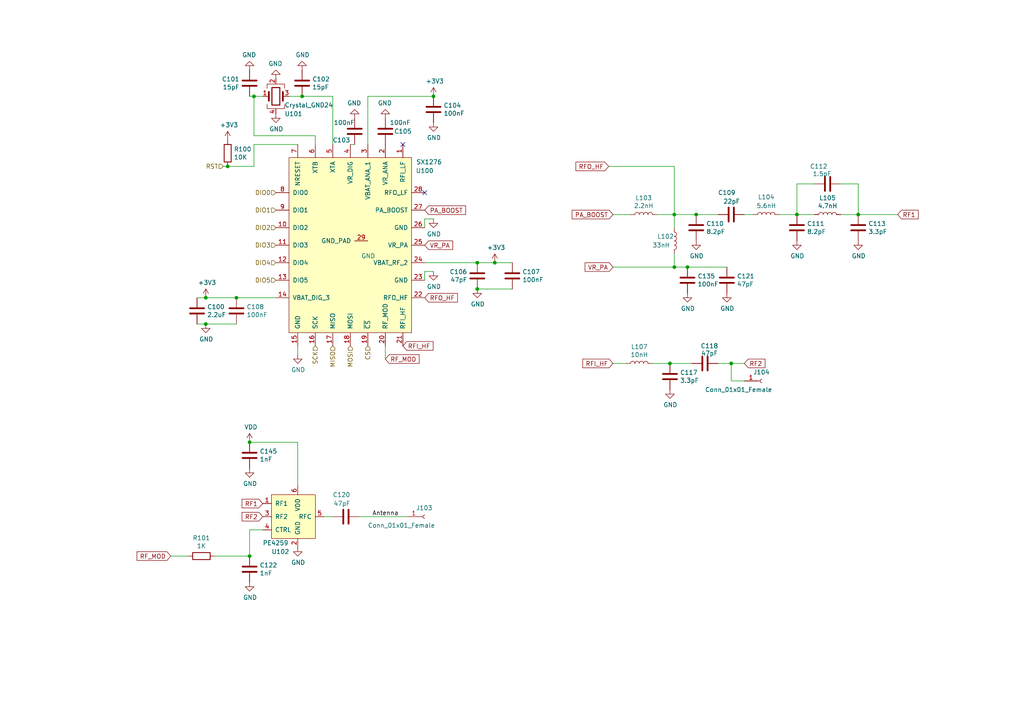
<source format=kicad_sch>
(kicad_sch (version 20211123) (generator eeschema)
  (paper "A4")
  (lib_symbols
    (symbol "AlfredoSuperTester2:PE4259" (pin_names (offset 1.016))
      (property "Reference" "U" (at -7.62 10.16 0))
      (property "Value" "PE4259" (at -5.08 7.62 0))
      (symbol "PE4259_0_1"
        (rectangle (start -6.35 6.35) (end 6.35 -6.35) (fill (type background)))
      )
      (symbol "PE4259_1_1"
        (pin input line (at -8.89 3.81 0) (length 2.54) (name "RF1") (number "1"))
        (pin power_in line (at 1.27 -8.89 90) (length 2.54) (name "GND") (number "2"))
        (pin input line (at -8.89 0 0) (length 2.54) (name "RF2") (number "3"))
        (pin input line (at -8.89 -3.81 0) (length 2.54) (name "CTRL") (number "4"))
        (pin output line (at 8.89 0 180) (length 2.54) (name "RFC") (number "5"))
        (pin power_in line (at 1.27 8.89 270) (length 2.54) (name "VDD") (number "6"))
      )
    )
    (symbol "Connector:Conn_01x01_Female" (pin_names (offset 1.016) hide)
      (property "Reference" "J" (at 0 2.54 0))
      (property "Value" "Conn_01x01_Female" (at 0 -2.54 0))
      (symbol "Conn_01x01_Female_1_1"
        (polyline (pts (xy -1.27 0) (xy -0.508 0)) (stroke (width 0.1524)))
        (arc (start 0 0.508) (mid -0.508 0) (end 0 -0.508) (stroke (width 0.1524)))
        (pin passive line (at -5.08 0 0) (length 3.81) (name "Pin_1") (number "1"))
      )
    )
    (symbol "Device:C" (pin_numbers hide) (pin_names (offset 0.254))
      (property "Reference" "C" (at 0.635 2.54 0))
      (property "Value" "C" (at 0.635 -2.54 0))
      (symbol "C_0_1"
        (polyline (pts (xy -2.032 -0.762) (xy 2.032 -0.762)) (stroke (width 0.508)))
        (polyline (pts (xy -2.032 0.762) (xy 2.032 0.762)) (stroke (width 0.508)))
      )
      (symbol "C_1_1"
        (pin passive line (at 0 3.81 270) (length 2.794) (name "~") (number "1"))
        (pin passive line (at 0 -3.81 90) (length 2.794) (name "~") (number "2"))
      )
    )
    (symbol "Device:Crystal_GND24" (pin_names (offset 1.016) hide)
      (property "Reference" "Y" (at 3.175 5.08 0))
      (property "Value" "Crystal_GND24" (at 3.175 3.175 0))
      (symbol "Crystal_GND24_0_1"
        (rectangle (start -1.143 2.54) (end 1.143 -2.54) (stroke (width 0.3048)))
        (polyline (pts (xy -2.54 0) (xy -2.032 0)))
        (polyline (pts (xy -2.032 -1.27) (xy -2.032 1.27)) (stroke (width 0.508)))
        (polyline (pts (xy 0 -3.81) (xy 0 -3.556)))
        (polyline (pts (xy 0 3.556) (xy 0 3.81)))
        (polyline (pts (xy 2.032 -1.27) (xy 2.032 1.27)) (stroke (width 0.508)))
        (polyline (pts (xy 2.032 0) (xy 2.54 0)))
        (polyline (pts (xy -2.54 -2.286) (xy -2.54 -3.556) (xy 2.54 -3.556) (xy 2.54 -2.286)))
        (polyline (pts (xy -2.54 2.286) (xy -2.54 3.556) (xy 2.54 3.556) (xy 2.54 2.286)))
      )
      (symbol "Crystal_GND24_1_1"
        (pin passive line (at -3.81 0 0) (length 1.27) (name "1") (number "1"))
        (pin passive line (at 0 5.08 270) (length 1.27) (name "2") (number "2"))
        (pin passive line (at 3.81 0 180) (length 1.27) (name "3") (number "3"))
        (pin passive line (at 0 -5.08 90) (length 1.27) (name "4") (number "4"))
      )
    )
    (symbol "Device:L" (pin_numbers hide) (pin_names (offset 1.016) hide)
      (property "Reference" "L" (at -1.27 0 90))
      (property "Value" "L" (at 1.905 0 90))
      (symbol "L_0_1"
        (arc (start 0 -2.54) (mid 0.635 -1.905) (end 0 -1.27))
        (arc (start 0 -1.27) (mid 0.635 -0.635) (end 0 0))
        (arc (start 0 0) (mid 0.635 0.635) (end 0 1.27))
        (arc (start 0 1.27) (mid 0.635 1.905) (end 0 2.54))
      )
      (symbol "L_1_1"
        (pin passive line (at 0 3.81 270) (length 1.27) (name "1") (number "1"))
        (pin passive line (at 0 -3.81 90) (length 1.27) (name "2") (number "2"))
      )
    )
    (symbol "Device:R" (pin_numbers hide) (pin_names (offset 0))
      (property "Reference" "R" (at 2.032 0 90))
      (property "Value" "R" (at 0 0 90))
      (symbol "R_0_1"
        (rectangle (start -1.016 -2.54) (end 1.016 2.54) (stroke (width 0.254)))
      )
      (symbol "R_1_1"
        (pin passive line (at 0 3.81 270) (length 1.27) (name "~") (number "1"))
        (pin passive line (at 0 -3.81 90) (length 1.27) (name "~") (number "2"))
      )
    )
    (symbol "TGD:SX1276" (pin_names (offset 1.016))
      (property "Reference" "U" (at 19.05 21.59 0))
      (property "Value" "SX1276" (at 19.05 24.13 0))
      (symbol "SX1276_0_1"
        (rectangle (start -17.78 25.4) (end 17.78 -25.4) (fill (type background)))
      )
      (symbol "SX1276_1_1"
        (pin output line (at 15.24 29.21 270) (length 3.81) (name "RFI_LF") (number "1"))
        (pin bidirectional line (at -21.59 5.08 0) (length 3.81) (name "DIO2") (number "10"))
        (pin bidirectional line (at -21.59 0 0) (length 3.81) (name "DIO3") (number "11"))
        (pin bidirectional line (at -21.59 -5.08 0) (length 3.81) (name "DIO4") (number "12"))
        (pin bidirectional line (at -21.59 -10.16 0) (length 3.81) (name "DIO5") (number "13"))
        (pin power_in line (at -21.59 -15.24 0) (length 3.81) (name "VBAT_DIG_3") (number "14"))
        (pin power_in line (at -15.24 -29.21 90) (length 3.81) (name "GND") (number "15"))
        (pin input line (at -10.16 -29.21 90) (length 3.81) (name "SCK") (number "16"))
        (pin output line (at -5.08 -29.21 90) (length 3.81) (name "MISO") (number "17"))
        (pin input line (at 0 -29.21 90) (length 3.81) (name "MOSI") (number "18"))
        (pin input line (at 5.08 -29.21 90) (length 3.81) (name "~{CS}") (number "19"))
        (pin power_in line (at 10.16 29.21 270) (length 3.81) (name "VR_ANA") (number "2"))
        (pin output line (at 10.16 -29.21 90) (length 3.81) (name "RF_MOD") (number "20"))
        (pin output line (at 15.24 -29.21 90) (length 3.81) (name "RFI_HF") (number "21"))
        (pin input line (at 21.59 -15.24 180) (length 3.81) (name "RFO_HF") (number "22"))
        (pin power_in line (at 21.59 -10.16 180) (length 3.81) (name "GND") (number "23"))
        (pin power_in line (at 21.59 -5.08 180) (length 3.81) (name "VBAT_RF_2") (number "24"))
        (pin power_in line (at 21.59 0 180) (length 3.81) (name "VR_PA") (number "25"))
        (pin power_in line (at 21.59 5.08 180) (length 3.81) (name "GND") (number "26"))
        (pin power_out line (at 21.59 10.16 180) (length 3.81) (name "PA_BOOST") (number "27"))
        (pin input line (at 21.59 15.24 180) (length 3.81) (name "RFO_LF") (number "28"))
        (pin power_in line (at 5.08 1.27 180) (length 3.81) (name "GND_PAD") (number "29"))
        (pin power_in line (at 5.08 29.21 270) (length 3.81) (name "VBAT_ANA_1") (number "3"))
        (pin power_in line (at 0 29.21 270) (length 3.81) (name "VR_DIG") (number "4"))
        (pin bidirectional line (at -5.08 29.21 270) (length 3.81) (name "XTA") (number "5"))
        (pin bidirectional line (at -10.16 29.21 270) (length 3.81) (name "XTB") (number "6"))
        (pin input line (at -15.24 29.21 270) (length 3.81) (name "NRESET") (number "7"))
        (pin bidirectional line (at -21.59 15.24 0) (length 3.81) (name "DIO0") (number "8"))
        (pin bidirectional line (at -21.59 10.16 0) (length 3.81) (name "DIO1") (number "9"))
      )
    )
    (symbol "power:+3V3" (power) (pin_names (offset 0))
      (property "Value" "+3V3" (at 0 3.556 0))
      (symbol "+3V3_0_1"
        (polyline (pts (xy -0.762 1.27) (xy 0 2.54)))
        (polyline (pts (xy 0 0) (xy 0 2.54)))
        (polyline (pts (xy 0 2.54) (xy 0.762 1.27)))
      )
      (symbol "+3V3_1_1"
        (pin power_in line (at 0 0 90) (length 0) hide (name "+3V3") (number "1"))
      )
    )
    (symbol "power:GND" (power) (pin_names (offset 0))
      (property "Value" "GND" (at 0 -3.81 0))
      (symbol "GND_0_1"
        (polyline (pts (xy 0 0) (xy 0 -1.27) (xy 1.27 -1.27) (xy 0 -2.54) (xy -1.27 -1.27) (xy 0 -1.27)))
      )
      (symbol "GND_1_1"
        (pin power_in line (at 0 0 270) (length 0) hide (name "GND") (number "1"))
      )
    )
    (symbol "power:VDD" (power) (pin_names (offset 0))
      (property "Value" "VDD" (at 0 3.81 0))
      (symbol "VDD_0_1"
        (polyline (pts (xy -0.762 1.27) (xy 0 2.54)))
        (polyline (pts (xy 0 0) (xy 0 2.54)))
        (polyline (pts (xy 0 2.54) (xy 0.762 1.27)))
      )
      (symbol "VDD_1_1"
        (pin power_in line (at 0 0 90) (length 0) hide (name "VDD") (number "1"))
      )
    )
  )
  (junction (at 138.43 83.82))
  (junction (at 231.14 62.23))
  (junction (at 248.92 62.23))
  (junction (at 87.63 27.94))
  (junction (at 212.09 105.41))
  (junction (at 195.58 62.23))
  (junction (at 201.93 62.23))
  (junction (at 66.04 48.26))
  (junction (at 72.39 128.27))
  (junction (at 72.39 161.29))
  (junction (at 138.43 76.2))
  (junction (at 68.58 86.36))
  (junction (at 195.58 77.47))
  (junction (at 73.66 27.94))
  (junction (at 59.69 86.36))
  (junction (at 125.73 27.94))
  (junction (at 194.31 105.41))
  (junction (at 59.69 93.98))
  (junction (at 199.39 77.47))
  (junction (at 143.51 76.2))
  (no_connect (at 116.84 41.91))
  (no_connect (at 123.19 55.88))
  (wire (pts (xy 93.98 149.86) (xy 96.52 149.86)))
  (wire (pts (xy 111.76 104.14) (xy 111.76 100.33)))
  (wire (pts (xy 138.43 76.2) (xy 143.51 76.2)))
  (wire (pts (xy 176.53 48.26) (xy 195.58 48.26)))
  (wire (pts (xy 208.28 105.41) (xy 212.09 105.41)))
  (wire (pts (xy 248.92 62.23) (xy 260.35 62.23)))
  (wire (pts (xy 68.58 86.36) (xy 59.69 86.36)))
  (wire (pts (xy 86.36 128.27) (xy 72.39 128.27)))
  (wire (pts (xy 73.66 39.37) (xy 73.66 27.94)))
  (wire (pts (xy 59.69 93.98) (xy 68.58 93.98)))
  (wire (pts (xy 86.36 140.97) (xy 86.36 128.27)))
  (wire (pts (xy 208.28 62.23) (xy 201.93 62.23)))
  (wire (pts (xy 123.19 63.5) (xy 125.73 63.5)))
  (wire (pts (xy 177.8 62.23) (xy 182.88 62.23)))
  (wire (pts (xy 83.82 27.94) (xy 87.63 27.94)))
  (wire (pts (xy 215.9 110.49) (xy 212.09 110.49)))
  (wire (pts (xy 72.39 27.94) (xy 73.66 27.94)))
  (wire (pts (xy 248.92 62.23) (xy 248.92 53.34)))
  (wire (pts (xy 101.6 41.91) (xy 102.87 41.91)))
  (wire (pts (xy 73.66 27.94) (xy 76.2 27.94)))
  (wire (pts (xy 143.51 76.2) (xy 148.59 76.2)))
  (wire (pts (xy 195.58 66.04) (xy 195.58 62.23)))
  (wire (pts (xy 231.14 62.23) (xy 236.22 62.23)))
  (wire (pts (xy 68.58 86.36) (xy 80.01 86.36)))
  (wire (pts (xy 123.19 76.2) (xy 138.43 76.2)))
  (wire (pts (xy 123.19 66.04) (xy 123.19 63.5)))
  (wire (pts (xy 190.5 62.23) (xy 195.58 62.23)))
  (wire (pts (xy 194.31 105.41) (xy 200.66 105.41)))
  (wire (pts (xy 177.8 77.47) (xy 195.58 77.47)))
  (wire (pts (xy 57.15 93.98) (xy 59.69 93.98)))
  (wire (pts (xy 189.23 105.41) (xy 194.31 105.41)))
  (wire (pts (xy 62.23 161.29) (xy 72.39 161.29)))
  (wire (pts (xy 212.09 105.41) (xy 215.9 105.41)))
  (wire (pts (xy 243.84 62.23) (xy 248.92 62.23)))
  (wire (pts (xy 73.66 41.91) (xy 86.36 41.91)))
  (wire (pts (xy 91.44 41.91) (xy 91.44 39.37)))
  (wire (pts (xy 236.22 53.34) (xy 231.14 53.34)))
  (wire (pts (xy 226.06 62.23) (xy 231.14 62.23)))
  (wire (pts (xy 199.39 77.47) (xy 210.82 77.47)))
  (wire (pts (xy 106.68 27.94) (xy 125.73 27.94)))
  (wire (pts (xy 215.9 62.23) (xy 218.44 62.23)))
  (wire (pts (xy 148.59 83.82) (xy 138.43 83.82)))
  (wire (pts (xy 123.19 78.74) (xy 125.73 78.74)))
  (wire (pts (xy 248.92 53.34) (xy 243.84 53.34)))
  (wire (pts (xy 177.8 105.41) (xy 181.61 105.41)))
  (wire (pts (xy 64.77 48.26) (xy 66.04 48.26)))
  (wire (pts (xy 212.09 110.49) (xy 212.09 105.41)))
  (wire (pts (xy 96.52 41.91) (xy 96.52 27.94)))
  (wire (pts (xy 49.53 161.29) (xy 54.61 161.29)))
  (wire (pts (xy 86.36 102.87) (xy 86.36 100.33)))
  (wire (pts (xy 72.39 153.67) (xy 76.2 153.67)))
  (wire (pts (xy 73.66 39.37) (xy 91.44 39.37)))
  (wire (pts (xy 195.58 77.47) (xy 199.39 77.47)))
  (wire (pts (xy 66.04 48.26) (xy 73.66 48.26)))
  (wire (pts (xy 195.58 48.26) (xy 195.58 62.23)))
  (wire (pts (xy 59.69 86.36) (xy 57.15 86.36)))
  (wire (pts (xy 195.58 73.66) (xy 195.58 77.47)))
  (wire (pts (xy 73.66 48.26) (xy 73.66 41.91)))
  (wire (pts (xy 106.68 27.94) (xy 106.68 41.91)))
  (wire (pts (xy 104.14 149.86) (xy 118.11 149.86)))
  (wire (pts (xy 72.39 161.29) (xy 72.39 153.67)))
  (wire (pts (xy 123.19 81.28) (xy 123.19 78.74)))
  (wire (pts (xy 231.14 53.34) (xy 231.14 62.23)))
  (wire (pts (xy 87.63 27.94) (xy 96.52 27.94)))
  (wire (pts (xy 195.58 62.23) (xy 201.93 62.23)))
  (label "Antenna" (at 107.95 149.86 0))
  (global_label "RF1" (shape input) (at 260.35 62.23 0) (property "Intersheet References" "${INTERSHEET_REFS}" (effects hide)))
  (global_label "RFO_HF" (shape input) (at 176.53 48.26 180) (property "Intersheet References" "${INTERSHEET_REFS}" (effects hide)))
  (global_label "RF2" (shape input) (at 215.9 105.41 0) (property "Intersheet References" "${INTERSHEET_REFS}" (effects hide)))
  (global_label "RF_MOD" (shape input) (at 111.76 104.14 0) (property "Intersheet References" "${INTERSHEET_REFS}" (effects hide)))
  (global_label "PA_BOOST" (shape input) (at 177.8 62.23 180) (property "Intersheet References" "${INTERSHEET_REFS}" (effects hide)))
  (global_label "RFI_HF" (shape input) (at 177.8 105.41 180) (property "Intersheet References" "${INTERSHEET_REFS}" (effects hide)))
  (global_label "RFO_HF" (shape input) (at 123.19 86.36 0) (property "Intersheet References" "${INTERSHEET_REFS}" (effects hide)))
  (global_label "VR_PA" (shape input) (at 123.19 71.12 0) (property "Intersheet References" "${INTERSHEET_REFS}" (effects hide)))
  (global_label "PA_BOOST" (shape input) (at 123.19 60.96 0) (property "Intersheet References" "${INTERSHEET_REFS}" (effects hide)))
  (global_label "VR_PA" (shape input) (at 177.8 77.47 180) (property "Intersheet References" "${INTERSHEET_REFS}" (effects hide)))
  (global_label "RF_MOD" (shape input) (at 49.53 161.29 180) (property "Intersheet References" "${INTERSHEET_REFS}" (effects hide)))
  (global_label "RF2" (shape input) (at 76.2 149.86 180) (property "Intersheet References" "${INTERSHEET_REFS}" (effects hide)))
  (global_label "RF1" (shape input) (at 76.2 146.05 180) (property "Intersheet References" "${INTERSHEET_REFS}" (effects hide)))
  (global_label "RFI_HF" (shape input) (at 116.84 100.33 0) (property "Intersheet References" "${INTERSHEET_REFS}" (effects hide)))
  (hierarchical_label "RST" (shape input) (at 64.77 48.26 180))
  (hierarchical_label "DIO0" (shape input) (at 80.01 55.88 180))
  (hierarchical_label "DIO5" (shape input) (at 80.01 81.28 180))
  (hierarchical_label "DIO4" (shape input) (at 80.01 76.2 180))
  (hierarchical_label "MOSI" (shape input) (at 101.6 100.33 270))
  (hierarchical_label "MISO" (shape input) (at 96.52 100.33 270))
  (hierarchical_label "DIO2" (shape input) (at 80.01 66.04 180))
  (hierarchical_label "DIO1" (shape input) (at 80.01 60.96 180))
  (hierarchical_label "CS" (shape input) (at 106.68 100.33 270))
  (hierarchical_label "DIO3" (shape input) (at 80.01 71.12 180))
  (hierarchical_label "SCK" (shape input) (at 91.44 100.33 270))
  (symbol (lib_id "AlfredoSuperTester2:PE4259") (at 85.09 149.86 0) (unit 1)
    (property "Reference" "U102" (at 78.74 160.02 0) (effects (justify left)))
    (property "Value" "PE4259" (at 76.2 157.48 0) (effects (justify left)))
    (property "Footprint" "Package_TO_SOT_SMD:SOT-363_SC-70-6" (effects hide))
    (property "Datasheet" "https://lcsc.com/product-detail/RF-Switches_PSemi-PE4259-63_C470892.html" (effects hide))
    (property "LCSC" "C470892" (effects hide))
  )
  (symbol (lib_id "Device:C") (at 72.39 132.08 180) (unit 1)
    (property "Reference" "C145" (at 75.311 130.9116 0) (effects (justify right)))
    (property "Value" "1nF" (at 75.311 133.223 0) (effects (justify right)))
    (property "Footprint" "Capacitor_SMD:C_0402_1005Metric" (effects hide))
    (property "Datasheet" "https://lcsc.com/product-detail/Multilayer-Ceramic-Capacitors-MLCC-SMD-SMT_FH-Guangdong-Fenghua-Advanced-Tech-0402B102K500NT_C1523.html" (effects hide))
    (property "LCSC" "C1523" (effects hide))
  )
  (symbol (lib_id "power:GND") (at 86.36 158.75 0) (unit 1)
    (property "Reference" "#PWR0159" (effects hide))
    (property "Value" "GND" (at 86.487 163.1442 0))
  )
  (symbol (lib_id "power:GND") (at 72.39 135.89 0) (unit 1)
    (property "Reference" "#PWR0157" (effects hide))
    (property "Value" "GND" (at 72.517 140.2842 0))
  )
  (symbol (lib_id "Device:L") (at 195.58 69.85 0) (unit 1)
    (property "Reference" "L102" (at 193.04 68.58 0))
    (property "Value" "33nH" (at 191.77 71.12 0))
    (property "Footprint" "Inductor_SMD:L_0402_1005Metric" (effects hide))
    (property "Datasheet" "https://lcsc.com/product-detail/Inductors-SMD_Murata-Electronics-LQW15AN33NH00D_C307609.html" (effects hide))
    (property "LCSC" "C307609	" (effects hide))
  )
  (symbol (lib_id "Device:L") (at 186.69 62.23 90) (unit 1)
    (property "Reference" "L103" (at 186.69 57.404 90))
    (property "Value" "2.2nH" (at 186.69 59.69 90))
    (property "Footprint" "Inductor_SMD:L_0402_1005Metric" (effects hide))
    (property "Datasheet" "https://lcsc.com/product-detail/HF-Inductors_Murata-Electronics-LQP15MN2N2B02D_C77120.html" (effects hide))
    (property "LCSC" "C77120	" (effects hide))
  )
  (symbol (lib_id "Device:R") (at 58.42 161.29 270) (unit 1)
    (property "Reference" "R101" (at 58.42 156.0322 90))
    (property "Value" "1K" (at 58.42 158.3436 90))
    (property "Footprint" "Resistor_SMD:R_0402_1005Metric" (effects hide))
    (property "Datasheet" "https://lcsc.com/product-detail/Chip-Resistor-Surface-Mount_UNI-ROYAL-Uniroyal-Elec-0402WGF1001TCE_C11702.html" (effects hide))
    (property "LCSC" "C11702" (effects hide))
  )
  (symbol (lib_id "Device:C") (at 100.33 149.86 90) (unit 1)
    (property "Reference" "C120" (at 101.6 143.51 90) (effects (justify left)))
    (property "Value" "47pF" (at 101.6 146.05 90) (effects (justify left)))
    (property "Footprint" "Capacitor_SMD:C_0402_1005Metric" (effects hide))
    (property "Datasheet" "https://lcsc.com/product-detail/Multilayer-Ceramic-Capacitors-MLCC-SMD-SMT_FH-Guangdong-Fenghua-Advanced-Tech-0402CG470J500NT_C1567.html" (effects hide))
    (property "LCSC" "C1567" (effects hide))
  )
  (symbol (lib_id "Device:C") (at 72.39 165.1 180) (unit 1)
    (property "Reference" "C122" (at 75.311 163.9316 0) (effects (justify right)))
    (property "Value" "1nF" (at 75.311 166.243 0) (effects (justify right)))
    (property "Footprint" "Capacitor_SMD:C_0402_1005Metric" (effects hide))
    (property "Datasheet" "https://lcsc.com/product-detail/Multilayer-Ceramic-Capacitors-MLCC-SMD-SMT_FH-Guangdong-Fenghua-Advanced-Tech-0402B102K500NT_C1523.html" (effects hide))
    (property "LCSC" "C1523" (effects hide))
  )
  (symbol (lib_id "power:GND") (at 72.39 168.91 0) (unit 1)
    (property "Reference" "#PWR0160" (effects hide))
    (property "Value" "GND" (at 72.517 173.3042 0))
  )
  (symbol (lib_id "power:VDD") (at 72.39 128.27 0) (unit 1)
    (property "Reference" "#PWR0158" (effects hide))
    (property "Value" "VDD" (at 72.771 123.8758 0))
  )
  (symbol (lib_id "Device:C") (at 212.09 62.23 90) (unit 1)
    (property "Reference" "C109" (at 213.36 55.88 90) (effects (justify left)))
    (property "Value" "22pF" (at 214.63 58.42 90) (effects (justify left)))
    (property "Footprint" "Capacitor_SMD:C_0402_1005Metric" (effects hide))
    (property "Datasheet" "https://lcsc.com/product-detail/Multilayer-Ceramic-Capacitors-MLCC-SMD-SMT_FH-Guangdong-Fenghua-Advanced-Tech-0402CG220J500NT_C1555.html" (effects hide))
    (property "LCSC" "C1555" (effects hide))
  )
  (symbol (lib_id "power:GND") (at 231.14 69.85 0) (unit 1)
    (property "Reference" "#PWR0123" (effects hide))
    (property "Value" "GND" (at 231.267 74.2442 0))
  )
  (symbol (lib_id "Device:L") (at 222.25 62.23 90) (unit 1)
    (property "Reference" "L104" (at 222.25 57.15 90))
    (property "Value" "5.6nH" (at 222.25 59.69 90))
    (property "Footprint" "Inductor_SMD:L_0402_1005Metric" (effects hide))
    (property "Datasheet" "https://lcsc.com/product-detail/HF-Inductors_Taiyo-Yuden-HK10055N6S-T_C87183.html" (effects hide))
    (property "LCSC" "C87183" (effects hide))
  )
  (symbol (lib_id "Device:C") (at 248.92 66.04 0) (unit 1)
    (property "Reference" "C113" (at 251.841 64.8716 0) (effects (justify left)))
    (property "Value" "3.3pF" (at 251.841 67.183 0) (effects (justify left)))
    (property "Footprint" "Capacitor_SMD:C_0402_1005Metric" (effects hide))
    (property "Datasheet" "https://lcsc.com/product-detail/Multilayer-Ceramic-Capacitors-MLCC-SMD-SMT_FH-Guangdong-Fenghua-Advanced-Tech-0402CG3R3C500NT_C1565.html" (effects hide))
    (property "LCSC" "C1565" (effects hide))
  )
  (symbol (lib_id "Device:C") (at 231.14 66.04 0) (unit 1)
    (property "Reference" "C111" (at 234.061 64.8716 0) (effects (justify left)))
    (property "Value" "8.2pF" (at 234.061 67.183 0) (effects (justify left)))
    (property "Footprint" "Capacitor_SMD:C_0402_1005Metric" (effects hide))
    (property "Datasheet" "https://lcsc.com/product-detail/Multilayer-Ceramic-Capacitors-MLCC-SMD-SMT_Samsung-Electro-Mechanics-CL05C8R2CB5NNNC_C318599.html" (effects hide))
    (property "LCSC" "C318599" (effects hide))
  )
  (symbol (lib_id "Device:C") (at 240.03 53.34 90) (unit 1)
    (property "Reference" "C112" (at 240.03 48.26 90) (effects (justify left)))
    (property "Value" "1.5pF" (at 241.173 50.419 90) (effects (justify left)))
    (property "Footprint" "Capacitor_SMD:C_0402_1005Metric" (effects hide))
    (property "Datasheet" "https://lcsc.com/product-detail/Multilayer-Ceramic-Capacitors-MLCC-SMD-SMT_FH-Guangdong-Fenghua-Advanced-Tech-0402CG1R5C500NT_C1552.html" (effects hide))
    (property "LCSC" "C1552" (effects hide))
  )
  (symbol (lib_id "Device:L") (at 240.03 62.23 90) (unit 1)
    (property "Reference" "L105" (at 240.03 57.404 90))
    (property "Value" "4.7nH" (at 240.03 59.7154 90))
    (property "Footprint" "Inductor_SMD:L_0402_1005Metric" (effects hide))
    (property "Datasheet" "https://lcsc.com/product-detail/HF-Inductors_Sunlord-SDCL1005C4N7STDF_C13595.html" (effects hide))
    (property "LCSC" "C13595" (effects hide))
  )
  (symbol (lib_id "power:GND") (at 201.93 69.85 0) (unit 1)
    (property "Reference" "#PWR0161" (effects hide))
    (property "Value" "GND" (at 202.057 74.2442 0))
  )
  (symbol (lib_id "Device:C") (at 201.93 66.04 0) (unit 1)
    (property "Reference" "C110" (at 204.851 64.8716 0) (effects (justify left)))
    (property "Value" "8.2pF" (at 204.851 67.183 0) (effects (justify left)))
    (property "Footprint" "Capacitor_SMD:C_0402_1005Metric" (effects hide))
    (property "Datasheet" "https://lcsc.com/product-detail/Multilayer-Ceramic-Capacitors-MLCC-SMD-SMT_Samsung-Electro-Mechanics-CL05C8R2CB5NNNC_C318599.html" (effects hide))
    (property "LCSC" "C318599" (effects hide))
  )
  (symbol (lib_id "power:GND") (at 210.82 85.09 0) (unit 1)
    (property "Reference" "#PWR0162" (effects hide))
    (property "Value" "GND" (at 210.947 89.4842 0))
  )
  (symbol (lib_id "Device:C") (at 210.82 81.28 0) (unit 1)
    (property "Reference" "C121" (at 213.741 80.1116 0) (effects (justify left)))
    (property "Value" "47pF" (at 213.741 82.423 0) (effects (justify left)))
    (property "Footprint" "Capacitor_SMD:C_0402_1005Metric" (effects hide))
    (property "Datasheet" "https://lcsc.com/product-detail/Multilayer-Ceramic-Capacitors-MLCC-SMD-SMT_FH-Guangdong-Fenghua-Advanced-Tech-0402CG470J500NT_C1567.html" (effects hide))
    (property "LCSC" "C1567" (effects hide))
  )
  (symbol (lib_id "power:GND") (at 199.39 85.09 0) (unit 1)
    (property "Reference" "#PWR0156" (effects hide))
    (property "Value" "GND" (at 199.517 89.4842 0))
  )
  (symbol (lib_id "Device:C") (at 199.39 81.28 0) (unit 1)
    (property "Reference" "C135" (at 202.311 80.1116 0) (effects (justify left)))
    (property "Value" "100nF" (at 202.311 82.423 0) (effects (justify left)))
    (property "Footprint" "Capacitor_SMD:C_0402_1005Metric" (effects hide))
    (property "Datasheet" "https://lcsc.com/product-detail/Multilayer-Ceramic-Capacitors-MLCC-SMD-SMT_Samsung-Electro-Mechanics-CL05B104KO5NNNC_C1525.html" (effects hide))
    (property "LCSC" "C1525" (effects hide))
  )
  (symbol (lib_id "Connector:Conn_01x01_Female") (at 123.19 149.86 0) (unit 1)
    (property "Reference" "J103" (at 120.65 147.32 0) (effects (justify left)))
    (property "Value" "Conn_01x01_Female" (at 106.68 152.4 0) (effects (justify left)))
    (property "Footprint" "Connector_PinHeader_2.54mm:PinHeader_1x01_P2.54mm_Vertical" (effects hide))
  )
  (symbol (lib_id "power:GND") (at 194.31 113.03 0) (unit 1)
    (property "Reference" "#PWR0132" (effects hide))
    (property "Value" "GND" (at 194.437 117.4242 0))
  )
  (symbol (lib_id "power:GND") (at 106.68 69.85 0) (unit 1)
    (property "Reference" "#PWR0133" (effects hide))
    (property "Value" "GND" (at 106.807 74.2442 0))
  )
  (symbol (lib_id "power:GND") (at 125.73 78.74 0) (unit 1)
    (property "Reference" "#PWR0134" (effects hide))
    (property "Value" "GND" (at 125.857 83.1342 0))
  )
  (symbol (lib_id "TGD:SX1276") (at 101.6 71.12 0) (unit 1)
    (property "Reference" "U100" (at 123.19 49.53 0))
    (property "Value" "SX1276" (at 124.46 46.99 0))
    (property "Footprint" "Package_DFN_QFN:QFN-28-1EP_6x6mm_P0.65mm_EP4.8x4.8mm" (effects hide))
    (property "Datasheet" "https://lcsc.com/product-detail/RF-Transceiver-ICs_SEMTECH-SX1276IMLTRT_C80171.html/?href=jlc-SMT" (effects hide))
    (property "LCSC" "C80171" (effects hide))
  )
  (symbol (lib_id "Device:C") (at 102.87 38.1 180) (unit 1)
    (property "Reference" "C103" (at 101.6 40.64 0) (effects (justify left)))
    (property "Value" "100nF" (at 102.87 35.56 0) (effects (justify left)))
    (property "Footprint" "Capacitor_SMD:C_0402_1005Metric" (effects hide))
    (property "Datasheet" "https://lcsc.com/product-detail/Multilayer-Ceramic-Capacitors-MLCC-SMD-SMT_Samsung-Electro-Mechanics-CL05B104KO5NNNC_C1525.html" (effects hide))
    (property "LCSC" "C1525" (effects hide))
  )
  (symbol (lib_id "power:GND") (at 102.87 34.29 180) (unit 1)
    (property "Reference" "#PWR0135" (effects hide))
    (property "Value" "GND" (at 102.743 29.8958 0))
  )
  (symbol (lib_id "Device:C") (at 111.76 38.1 180) (unit 1)
    (property "Reference" "C105" (at 114.3 38.1 0) (effects (justify right)))
    (property "Value" "100nF" (at 113.03 35.56 0) (effects (justify right)))
    (property "Footprint" "Capacitor_SMD:C_0402_1005Metric" (effects hide))
    (property "Datasheet" "https://lcsc.com/product-detail/Multilayer-Ceramic-Capacitors-MLCC-SMD-SMT_Samsung-Electro-Mechanics-CL05B104KO5NNNC_C1525.html" (effects hide))
    (property "LCSC" "C1525" (effects hide))
  )
  (symbol (lib_id "power:GND") (at 111.76 34.29 180) (unit 1)
    (property "Reference" "#PWR0136" (effects hide))
    (property "Value" "GND" (at 111.633 29.8958 0))
  )
  (symbol (lib_id "Device:C") (at 68.58 90.17 0) (unit 1)
    (property "Reference" "C108" (at 71.501 89.0016 0) (effects (justify left)))
    (property "Value" "100nF" (at 71.501 91.313 0) (effects (justify left)))
    (property "Footprint" "Capacitor_SMD:C_0603_1608Metric" (effects hide))
    (property "Datasheet" "https://lcsc.com/product-detail/Multilayer-Ceramic-Capacitors-MLCC-SMD-SMT_Samsung-Electro-Mechanics-CL05B104KO5NNNC_C1525.html" (effects hide))
    (property "LCSC" "C1525" (effects hide))
  )
  (symbol (lib_id "power:GND") (at 59.69 93.98 0) (unit 1)
    (property "Reference" "#PWR0137" (effects hide))
    (property "Value" "GND" (at 59.817 98.3742 0))
  )
  (symbol (lib_id "Device:C") (at 138.43 80.01 0) (mirror y) (unit 1)
    (property "Reference" "C106" (at 135.509 78.8416 0) (effects (justify left)))
    (property "Value" "47pF" (at 135.509 81.153 0) (effects (justify left)))
    (property "Footprint" "Capacitor_SMD:C_0402_1005Metric" (effects hide))
    (property "Datasheet" "https://lcsc.com/product-detail/Multilayer-Ceramic-Capacitors-MLCC-SMD-SMT_FH-Guangdong-Fenghua-Advanced-Tech-0402CG470J500NT_C1567.html" (effects hide))
    (property "LCSC" "C1567" (effects hide))
  )
  (symbol (lib_id "power:GND") (at 138.43 83.82 0) (unit 1)
    (property "Reference" "#PWR0138" (effects hide))
    (property "Value" "GND" (at 138.557 88.2142 0))
  )
  (symbol (lib_id "Device:C") (at 148.59 80.01 0) (unit 1)
    (property "Reference" "C107" (at 151.511 78.8416 0) (effects (justify left)))
    (property "Value" "100nF" (at 151.511 81.153 0) (effects (justify left)))
    (property "Footprint" "Capacitor_SMD:C_0402_1005Metric" (effects hide))
    (property "Datasheet" "https://lcsc.com/product-detail/Multilayer-Ceramic-Capacitors-MLCC-SMD-SMT_Samsung-Electro-Mechanics-CL05B104KO5NNNC_C1525.html" (effects hide))
    (property "LCSC" "C1525" (effects hide))
  )
  (symbol (lib_id "Device:C") (at 125.73 31.75 0) (unit 1)
    (property "Reference" "C104" (at 128.651 30.5816 0) (effects (justify left)))
    (property "Value" "100nF" (at 128.651 32.893 0) (effects (justify left)))
    (property "Footprint" "Capacitor_SMD:C_0402_1005Metric" (effects hide))
    (property "Datasheet" "https://lcsc.com/product-detail/Multilayer-Ceramic-Capacitors-MLCC-SMD-SMT_Samsung-Electro-Mechanics-CL05B104KO5NNNC_C1525.html" (effects hide))
    (property "LCSC" "C1525" (effects hide))
  )
  (symbol (lib_id "power:GND") (at 125.73 35.56 0) (unit 1)
    (property "Reference" "#PWR0139" (effects hide))
    (property "Value" "GND" (at 125.857 39.9542 0))
  )
  (symbol (lib_id "power:GND") (at 125.73 63.5 0) (unit 1)
    (property "Reference" "#PWR0140" (effects hide))
    (property "Value" "GND" (at 125.857 67.8942 0))
  )
  (symbol (lib_id "Device:C") (at 72.39 24.13 0) (mirror y) (unit 1)
    (property "Reference" "C101" (at 69.469 22.9616 0) (effects (justify left)))
    (property "Value" "15pF" (at 69.469 25.273 0) (effects (justify left)))
    (property "Footprint" "Capacitor_SMD:C_0402_1005Metric" (effects hide))
    (property "Datasheet" "https://lcsc.com/product-detail/Multilayer-Ceramic-Capacitors-MLCC-SMD-SMT_FH-Guangdong-Fenghua-Advanced-Tech-0402CG150J500NT_C1548.html" (effects hide))
    (property "LCSC" "C1548" (effects hide))
  )
  (symbol (lib_id "power:GND") (at 72.39 20.32 180) (unit 1)
    (property "Reference" "#PWR0141" (effects hide))
    (property "Value" "GND" (at 72.263 15.9258 0))
  )
  (symbol (lib_id "Device:C") (at 87.63 24.13 0) (unit 1)
    (property "Reference" "C102" (at 90.551 22.9616 0) (effects (justify left)))
    (property "Value" "15pF" (at 90.551 25.273 0) (effects (justify left)))
    (property "Footprint" "Capacitor_SMD:C_0402_1005Metric" (effects hide))
    (property "Datasheet" "https://lcsc.com/product-detail/Multilayer-Ceramic-Capacitors-MLCC-SMD-SMT_FH-Guangdong-Fenghua-Advanced-Tech-0402CG150J500NT_C1548.html" (effects hide))
    (property "LCSC" "C1548" (effects hide))
  )
  (symbol (lib_id "power:GND") (at 87.63 20.32 0) (mirror x) (unit 1)
    (property "Reference" "#PWR0142" (effects hide))
    (property "Value" "GND" (at 87.757 15.9258 0))
  )
  (symbol (lib_id "Device:Crystal_GND24") (at 80.01 27.94 0) (unit 1)
    (property "Reference" "U101" (at 82.55 33.02 0) (effects (justify left)))
    (property "Value" "Crystal_GND24" (at 82.55 30.48 0) (effects (justify left)))
    (property "Footprint" "Crystal:Crystal_SMD_3225-4Pin_3.2x2.5mm" (effects hide))
    (property "Datasheet" "https://lcsc.com/product-detail/SMD-Crystal-Resonators_KDS-Daishinku-1C232000AA0B_C253728.html" (effects hide))
    (property "LCSC" "C253728" (effects hide))
  )
  (symbol (lib_id "power:GND") (at 80.01 22.86 180) (unit 1)
    (property "Reference" "#PWR0143" (effects hide))
    (property "Value" "GND" (at 79.883 18.4658 0))
  )
  (symbol (lib_id "power:GND") (at 80.01 33.02 0) (unit 1)
    (property "Reference" "#PWR0144" (effects hide))
    (property "Value" "GND" (at 80.137 37.4142 0))
  )
  (symbol (lib_id "Device:L") (at 185.42 105.41 90) (unit 1)
    (property "Reference" "L107" (at 185.42 100.584 90))
    (property "Value" "10nH" (at 185.42 102.8954 90))
    (property "Footprint" "Inductor_SMD:L_0402_1005Metric" (effects hide))
    (property "Datasheet" "https://lcsc.com/product-detail/HF-Inductors_Sunlord-SDCL1005C10NJTDF_C27147.html" (effects hide))
    (property "LCSC" "C27147" (effects hide))
  )
  (symbol (lib_id "Device:C") (at 194.31 109.22 0) (unit 1)
    (property "Reference" "C117" (at 197.231 108.0516 0) (effects (justify left)))
    (property "Value" "3.3pF" (at 197.231 110.363 0) (effects (justify left)))
    (property "Footprint" "Capacitor_SMD:C_0402_1005Metric" (effects hide))
    (property "Datasheet" "https://lcsc.com/product-detail/Multilayer-Ceramic-Capacitors-MLCC-SMD-SMT_FH-Guangdong-Fenghua-Advanced-Tech-0402CG3R3C500NT_C1565.html" (effects hide))
    (property "LCSC" "C1565" (effects hide))
  )
  (symbol (lib_id "Device:C") (at 204.47 105.41 270) (mirror x) (unit 1)
    (property "Reference" "C118" (at 203.2 100.33 90) (effects (justify left)))
    (property "Value" "47pF" (at 203.327 102.489 90) (effects (justify left)))
    (property "Footprint" "Capacitor_SMD:C_0402_1005Metric" (effects hide))
    (property "Datasheet" "https://lcsc.com/product-detail/Multilayer-Ceramic-Capacitors-MLCC-SMD-SMT_FH-Guangdong-Fenghua-Advanced-Tech-0402CG470J500NT_C1567.html" (effects hide))
    (property "LCSC" "C1567" (effects hide))
  )
  (symbol (lib_id "power:GND") (at 86.36 102.87 0) (unit 1)
    (property "Reference" "#PWR0145" (effects hide))
    (property "Value" "GND" (at 86.487 107.2642 0))
  )
  (symbol (lib_id "Device:R") (at 66.04 44.45 0) (unit 1)
    (property "Reference" "R100" (at 67.818 43.2816 0) (effects (justify left)))
    (property "Value" "10K" (at 67.818 45.593 0) (effects (justify left)))
    (property "Footprint" "Resistor_SMD:R_0603_1608Metric_Pad0.98x0.95mm_HandSolder" (effects hide))
    (property "Datasheet" "https://lcsc.com/product-detail/Chip-Resistor-Surface-Mount_UNI-ROYAL-Uniroyal-Elec-0603WAF1002T5E_C25804.html" (effects hide))
    (property "LCSC" "C25804" (effects hide))
  )
  (symbol (lib_id "power:+3V3") (at 125.73 27.94 0) (unit 1)
    (property "Reference" "#PWR0146" (effects hide))
    (property "Value" "+3V3" (at 126.111 23.5458 0))
  )
  (symbol (lib_id "power:+3V3") (at 143.51 76.2 0) (unit 1)
    (property "Reference" "#PWR0147" (effects hide))
    (property "Value" "+3V3" (at 143.891 71.8058 0))
  )
  (symbol (lib_id "power:+3V3") (at 59.69 86.36 0) (unit 1)
    (property "Reference" "#PWR0148" (effects hide))
    (property "Value" "+3V3" (at 60.071 81.9658 0))
  )
  (symbol (lib_id "power:+3V3") (at 66.04 40.64 0) (unit 1)
    (property "Reference" "#PWR0149" (effects hide))
    (property "Value" "+3V3" (at 66.421 36.2458 0))
  )
  (symbol (lib_id "Device:C") (at 57.15 90.17 0) (unit 1)
    (property "Reference" "C100" (at 60.071 89.0016 0) (effects (justify left)))
    (property "Value" "2.2uF" (at 60.071 91.313 0) (effects (justify left)))
    (property "Footprint" "Capacitor_SMD:C_0603_1608Metric" (effects hide))
    (property "Datasheet" "https://lcsc.com/product-detail/Multilayer-Ceramic-Capacitors-MLCC-SMD-SMT_Samsung-Electro-Mechanics-CL10A225KO8NNNC_C23630.html" (effects hide))
    (property "LCSC" "C23630	" (effects hide))
  )
  (symbol (lib_id "power:GND") (at 248.92 69.85 0) (unit 1)
    (property "Reference" "#PWR0234" (effects hide))
    (property "Value" "GND" (at 249.047 74.2442 0))
  )
  (symbol (lib_id "Connector:Conn_01x01_Female") (at 220.98 110.49 0) (unit 1)
    (property "Reference" "J104" (at 218.44 107.95 0) (effects (justify left)))
    (property "Value" "Conn_01x01_Female" (at 204.47 113.03 0) (effects (justify left)))
    (property "Footprint" "Connector_PinHeader_2.54mm:PinHeader_1x01_P2.54mm_Vertical" (effects hide))
  )
)
</source>
